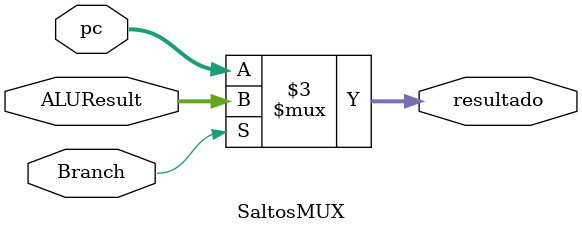
<source format=v>
`timescale 1ns / 1ps
module SaltosMUX(
			input [31:0] pc, ALUResult,
			input Branch,
			output reg [31:0] resultado
    );
	 
always @*
	begin
		if(Branch)
			resultado = ALUResult;
		else
			resultado = pc;
		end
		
endmodule

</source>
